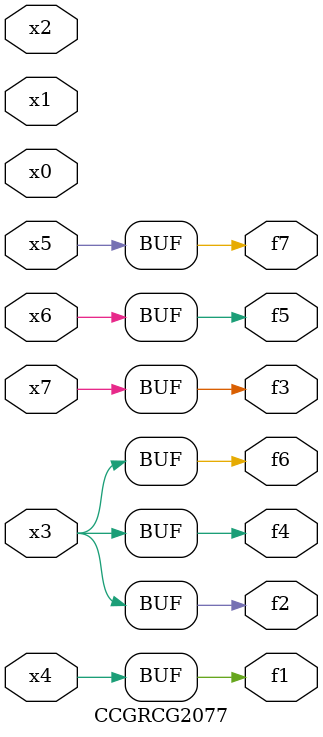
<source format=v>
module CCGRCG2077(
	input x0, x1, x2, x3, x4, x5, x6, x7,
	output f1, f2, f3, f4, f5, f6, f7
);
	assign f1 = x4;
	assign f2 = x3;
	assign f3 = x7;
	assign f4 = x3;
	assign f5 = x6;
	assign f6 = x3;
	assign f7 = x5;
endmodule

</source>
